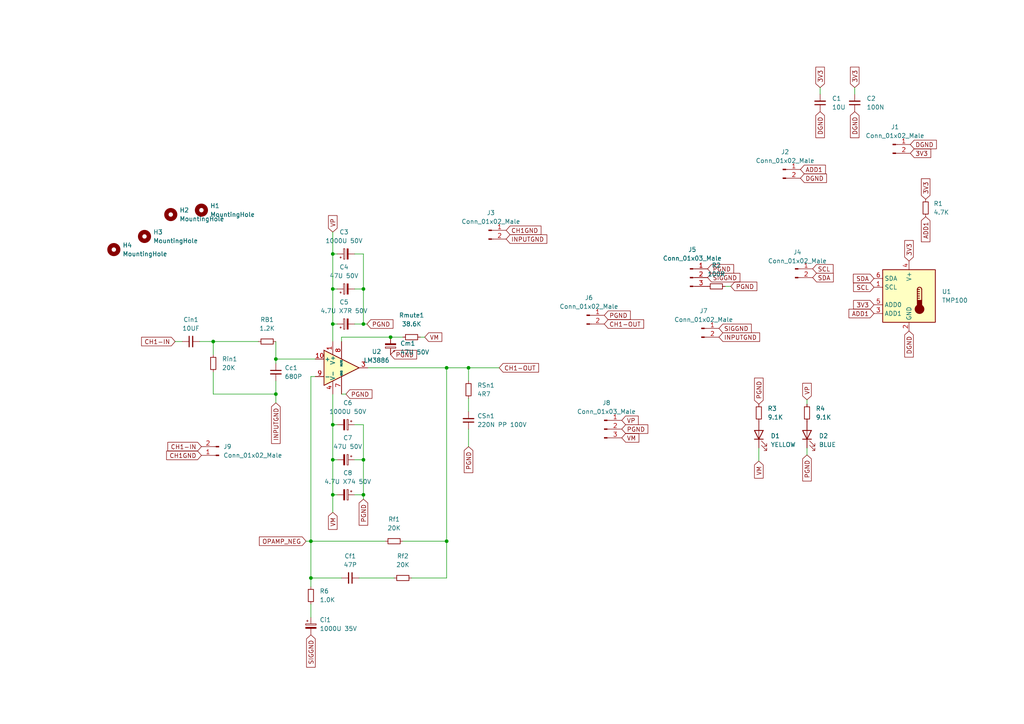
<source format=kicad_sch>
(kicad_sch (version 20211123) (generator eeschema)
  (paper "A4")
  (lib_symbols
    (symbol "Amplifier_Audio:LM3886" (pin_names (offset 0.127))
      (property "Reference" "U" (at 5.08 6.35 0))
      (property "Value" "LM3886" (at 5.08 3.81 0))
      (symbol "LM3886_0_1"
        (polyline (pts (xy -5.08 5.08) (xy 5.08 0) (xy -5.08 -5.08) (xy -5.08 5.08)) (stroke (width 0.254)) (fill (type background)))
      )
      (symbol "LM3886_1_1"
        (pin power_in line (at -2.54 7.62 270) (length 3.81) (name "V+") (number "1"))
        (pin input line (at -7.62 2.54 0) (length 2.54) (name "+") (number "10"))
        (pin no_connect line (at 2.54 2.54 270) (length 2.54) hide (name "NC") (number "11"))
        (pin no_connect line (at -2.54 2.54 270) (length 2.54) hide (name "NC") (number "2"))
        (pin output line (at 7.62 0 180) (length 2.54) (name "~") (number "3"))
        (pin power_in line (at -2.54 -7.62 90) (length 3.81) (name "V-") (number "4"))
        (pin passive line (at -2.54 7.62 270) (length 3.81) hide (name "V+") (number "5"))
        (pin no_connect line (at 0 2.54 270) (length 2.54) hide (name "NC") (number "6"))
        (pin power_in line (at 0 -7.62 90) (length 5.08) (name "GND") (number "7"))
        (pin input line (at 0 7.62 270) (length 5.08) (name "MUTE") (number "8"))
        (pin input line (at -7.62 -2.54 0) (length 2.54) (name "-") (number "9"))
      )
    )
    (symbol "Connector:Conn_01x02_Male" (pin_names (offset 1.016) hide)
      (property "Reference" "J" (at 0 2.54 0))
      (property "Value" "Conn_01x02_Male" (at 0 -5.08 0))
      (symbol "Conn_01x02_Male_1_1"
        (polyline (pts (xy 1.27 -2.54) (xy 0.8636 -2.54)) (stroke (width 0.1524)))
        (polyline (pts (xy 1.27 0) (xy 0.8636 0)) (stroke (width 0.1524)))
        (rectangle (start 0.8636 -2.413) (end 0 -2.667) (stroke (width 0.1524)) (fill (type outline)))
        (rectangle (start 0.8636 0.127) (end 0 -0.127) (stroke (width 0.1524)) (fill (type outline)))
        (pin passive line (at 5.08 0 180) (length 3.81) (name "Pin_1") (number "1"))
        (pin passive line (at 5.08 -2.54 180) (length 3.81) (name "Pin_2") (number "2"))
      )
    )
    (symbol "Connector:Conn_01x03_Male" (pin_names (offset 1.016) hide)
      (property "Reference" "J" (at 0 5.08 0))
      (property "Value" "Conn_01x03_Male" (at 0 -5.08 0))
      (symbol "Conn_01x03_Male_1_1"
        (polyline (pts (xy 1.27 -2.54) (xy 0.8636 -2.54)) (stroke (width 0.1524)))
        (polyline (pts (xy 1.27 0) (xy 0.8636 0)) (stroke (width 0.1524)))
        (polyline (pts (xy 1.27 2.54) (xy 0.8636 2.54)) (stroke (width 0.1524)))
        (rectangle (start 0.8636 -2.413) (end 0 -2.667) (stroke (width 0.1524)) (fill (type outline)))
        (rectangle (start 0.8636 0.127) (end 0 -0.127) (stroke (width 0.1524)) (fill (type outline)))
        (rectangle (start 0.8636 2.667) (end 0 2.413) (stroke (width 0.1524)) (fill (type outline)))
        (pin passive line (at 5.08 2.54 180) (length 3.81) (name "Pin_1") (number "1"))
        (pin passive line (at 5.08 0 180) (length 3.81) (name "Pin_2") (number "2"))
        (pin passive line (at 5.08 -2.54 180) (length 3.81) (name "Pin_3") (number "3"))
      )
    )
    (symbol "Device:C_Polarized_Small" (pin_numbers hide) (pin_names (offset 0.254) hide)
      (property "Reference" "C" (at 0.254 1.778 0))
      (property "Value" "C_Polarized_Small" (at 0.254 -2.032 0))
      (symbol "C_Polarized_Small_0_1"
        (rectangle (start -1.524 -0.3048) (end 1.524 -0.6858) (fill (type outline)))
        (rectangle (start -1.524 0.6858) (end 1.524 0.3048))
        (polyline (pts (xy -1.27 1.524) (xy -0.762 1.524)))
        (polyline (pts (xy -1.016 1.27) (xy -1.016 1.778)))
      )
      (symbol "C_Polarized_Small_1_1"
        (pin passive line (at 0 2.54 270) (length 1.8542) (name "~") (number "1"))
        (pin passive line (at 0 -2.54 90) (length 1.8542) (name "~") (number "2"))
      )
    )
    (symbol "Device:C_Small" (pin_numbers hide) (pin_names (offset 0.254) hide)
      (property "Reference" "C" (at 0.254 1.778 0))
      (property "Value" "C_Small" (at 0.254 -2.032 0))
      (symbol "C_Small_0_1"
        (polyline (pts (xy -1.524 -0.508) (xy 1.524 -0.508)) (stroke (width 0.3302)))
        (polyline (pts (xy -1.524 0.508) (xy 1.524 0.508)) (stroke (width 0.3048)))
      )
      (symbol "C_Small_1_1"
        (pin passive line (at 0 2.54 270) (length 2.032) (name "~") (number "1"))
        (pin passive line (at 0 -2.54 90) (length 2.032) (name "~") (number "2"))
      )
    )
    (symbol "Device:LED" (pin_numbers hide) (pin_names (offset 1.016) hide)
      (property "Reference" "D" (at 0 2.54 0))
      (property "Value" "LED" (at 0 -2.54 0))
      (symbol "LED_0_1"
        (polyline (pts (xy -1.27 -1.27) (xy -1.27 1.27)) (stroke (width 0.254)))
        (polyline (pts (xy -1.27 0) (xy 1.27 0)))
        (polyline (pts (xy 1.27 -1.27) (xy 1.27 1.27) (xy -1.27 0) (xy 1.27 -1.27)) (stroke (width 0.254)))
        (polyline (pts (xy -3.048 -0.762) (xy -4.572 -2.286) (xy -3.81 -2.286) (xy -4.572 -2.286) (xy -4.572 -1.524)))
        (polyline (pts (xy -1.778 -0.762) (xy -3.302 -2.286) (xy -2.54 -2.286) (xy -3.302 -2.286) (xy -3.302 -1.524)))
      )
      (symbol "LED_1_1"
        (pin passive line (at -3.81 0 0) (length 2.54) (name "K") (number "1"))
        (pin passive line (at 3.81 0 180) (length 2.54) (name "A") (number "2"))
      )
    )
    (symbol "Device:R_Small" (pin_numbers hide) (pin_names (offset 0.254) hide)
      (property "Reference" "R" (at 0.762 0.508 0))
      (property "Value" "R_Small" (at 0.762 -1.016 0))
      (symbol "R_Small_0_1"
        (rectangle (start -0.762 1.778) (end 0.762 -1.778) (stroke (width 0.2032)))
      )
      (symbol "R_Small_1_1"
        (pin passive line (at 0 2.54 270) (length 0.762) (name "~") (number "1"))
        (pin passive line (at 0 -2.54 90) (length 0.762) (name "~") (number "2"))
      )
    )
    (symbol "Mechanical:MountingHole" (pin_names (offset 1.016))
      (property "Reference" "H" (at 0 5.08 0))
      (property "Value" "MountingHole" (at 0 3.175 0))
      (symbol "MountingHole_0_1"
        (circle (center 0 0) (radius 1.27) (stroke (width 1.27)))
      )
    )
    (symbol "Sensor_Temperature:TMP100"
      (property "Reference" "U" (at 10.16 6.35 0))
      (property "Value" "TMP100" (at 12.7 3.81 0))
      (symbol "TMP100_0_1"
        (rectangle (start -7.62 7.62) (end 7.62 -7.62) (stroke (width 0.254)) (fill (type background)))
      )
      (symbol "TMP100_1_1"
        (polyline (pts (xy 2.413 -0.635) (xy 3.048 -0.635)) (stroke (width 0.254)))
        (polyline (pts (xy 2.413 0) (xy 3.048 0)) (stroke (width 0.254)))
        (polyline (pts (xy 2.413 0.635) (xy 3.048 0.635)) (stroke (width 0.254)))
        (polyline (pts (xy 2.413 1.27) (xy 3.048 1.27)) (stroke (width 0.254)))
        (polyline (pts (xy 2.413 1.905) (xy 2.413 -1.27)) (stroke (width 0.254)))
        (polyline (pts (xy 2.413 1.905) (xy 3.048 1.905)) (stroke (width 0.254)))
        (polyline (pts (xy 3.683 1.905) (xy 3.683 -1.27)) (stroke (width 0.254)))
        (circle (center 3.048 -3.81) (radius 1.27) (stroke (width 0.254)) (fill (type outline)))
        (rectangle (start 3.683 -3.175) (end 2.413 -1.27) (stroke (width 0.254)) (fill (type outline)))
        (arc (start 3.683 1.905) (mid 3.048 2.54) (end 2.413 1.905) (stroke (width 0.254)))
        (pin input line (at -10.16 2.54 0) (length 2.54) (name "SCL") (number "1"))
        (pin power_in line (at 0 -10.16 90) (length 2.54) (name "GND") (number "2"))
        (pin input line (at -10.16 -5.08 0) (length 2.54) (name "ADD1") (number "3"))
        (pin power_in line (at 0 10.16 270) (length 2.54) (name "V+") (number "4"))
        (pin input line (at -10.16 -2.54 0) (length 2.54) (name "ADD0") (number "5"))
        (pin bidirectional line (at -10.16 5.08 0) (length 2.54) (name "SDA") (number "6"))
      )
    )
  )
  (junction (at 80.01 104.14))
  (junction (at 96.52 83.82))
  (junction (at 129.54 106.68))
  (junction (at 96.52 123.19))
  (junction (at 135.89 106.68))
  (junction (at 129.54 156.972))
  (junction (at 80.01 114.3))
  (junction (at 90.17 156.972))
  (junction (at 105.41 83.82))
  (junction (at 90.17 167.64))
  (junction (at 105.41 93.98))
  (junction (at 96.52 73.66))
  (junction (at 61.849 99.06))
  (junction (at 105.41 133.35))
  (junction (at 96.52 143.51))
  (junction (at 96.52 93.98))
  (junction (at 96.52 133.35))
  (junction (at 105.41 143.51))
  (junction (at 113.284 97.79))
  (wire (pts (xy 90.17 156.972) (xy 90.17 167.64)))
  (wire (pts (xy 116.84 156.972) (xy 129.54 156.972)))
  (wire (pts (xy 102.87 133.35) (xy 105.41 133.35)))
  (wire (pts (xy 80.01 104.14) (xy 91.44 104.14)))
  (wire (pts (xy 105.41 83.82) (xy 105.41 93.98)))
  (wire (pts (xy 135.89 115.57) (xy 135.89 119.38)))
  (wire (pts (xy 90.17 156.972) (xy 111.76 156.972)))
  (wire (pts (xy 121.92 97.79) (xy 123.19 97.79)))
  (wire (pts (xy 80.01 104.14) (xy 80.01 99.06)))
  (wire (pts (xy 61.849 114.3) (xy 80.01 114.3)))
  (wire (pts (xy 135.89 106.68) (xy 135.89 110.49)))
  (wire (pts (xy 88.773 156.972) (xy 90.17 156.972)))
  (wire (pts (xy 96.52 133.35) (xy 96.52 143.51)))
  (wire (pts (xy 96.52 123.19) (xy 96.52 133.35)))
  (wire (pts (xy 105.41 143.51) (xy 105.41 144.78)))
  (wire (pts (xy 129.54 106.68) (xy 129.54 156.972)))
  (wire (pts (xy 96.52 133.35) (xy 97.79 133.35)))
  (wire (pts (xy 129.54 156.972) (xy 129.54 167.64)))
  (wire (pts (xy 237.871 27.305) (xy 237.871 25.4)))
  (wire (pts (xy 105.41 73.66) (xy 105.41 83.82)))
  (wire (pts (xy 90.17 109.22) (xy 90.17 156.972)))
  (wire (pts (xy 119.38 167.64) (xy 129.54 167.64)))
  (wire (pts (xy 80.01 104.14) (xy 80.01 105.41)))
  (wire (pts (xy 105.41 93.98) (xy 106.426 93.98)))
  (wire (pts (xy 113.284 97.79) (xy 116.84 97.79)))
  (wire (pts (xy 96.52 143.51) (xy 97.79 143.51)))
  (wire (pts (xy 99.06 114.3) (xy 100.33 114.3)))
  (wire (pts (xy 102.87 73.66) (xy 105.41 73.66)))
  (wire (pts (xy 247.904 27.305) (xy 247.904 25.4)))
  (wire (pts (xy 50.8 99.06) (xy 52.832 99.06)))
  (wire (pts (xy 99.06 97.79) (xy 113.284 97.79)))
  (wire (pts (xy 61.849 99.06) (xy 61.849 102.87)))
  (wire (pts (xy 129.54 106.68) (xy 135.89 106.68)))
  (wire (pts (xy 96.52 83.82) (xy 97.79 83.82)))
  (wire (pts (xy 99.06 167.64) (xy 90.17 167.64)))
  (wire (pts (xy 102.87 143.51) (xy 105.41 143.51)))
  (wire (pts (xy 105.41 133.35) (xy 105.41 143.51)))
  (wire (pts (xy 96.52 73.66) (xy 96.52 83.82)))
  (wire (pts (xy 96.52 73.66) (xy 97.79 73.66)))
  (wire (pts (xy 105.41 123.19) (xy 105.41 133.35)))
  (wire (pts (xy 135.89 106.68) (xy 144.78 106.68)))
  (wire (pts (xy 220.091 133.731) (xy 220.091 129.921)))
  (wire (pts (xy 234.061 131.953) (xy 234.061 129.921)))
  (wire (pts (xy 61.849 107.95) (xy 61.849 114.3)))
  (wire (pts (xy 57.912 99.06) (xy 61.849 99.06)))
  (wire (pts (xy 91.44 109.22) (xy 90.17 109.22)))
  (wire (pts (xy 96.52 83.82) (xy 96.52 93.98)))
  (wire (pts (xy 135.89 124.46) (xy 135.89 129.54)))
  (wire (pts (xy 96.52 123.19) (xy 97.79 123.19)))
  (wire (pts (xy 80.01 114.3) (xy 80.01 110.49)))
  (wire (pts (xy 99.06 97.79) (xy 99.06 99.06)))
  (wire (pts (xy 102.87 83.82) (xy 105.41 83.82)))
  (wire (pts (xy 210.312 83.058) (xy 211.963 83.058)))
  (wire (pts (xy 90.17 175.26) (xy 90.17 179.07)))
  (wire (pts (xy 90.17 167.64) (xy 90.17 170.18)))
  (wire (pts (xy 102.87 93.98) (xy 105.41 93.98)))
  (wire (pts (xy 96.52 114.3) (xy 96.52 123.19)))
  (wire (pts (xy 106.68 106.68) (xy 129.54 106.68)))
  (wire (pts (xy 96.52 93.98) (xy 97.79 93.98)))
  (wire (pts (xy 96.52 143.51) (xy 96.52 148.59)))
  (wire (pts (xy 80.01 114.3) (xy 80.01 116.84)))
  (wire (pts (xy 104.14 167.64) (xy 114.3 167.64)))
  (wire (pts (xy 102.87 123.19) (xy 105.41 123.19)))
  (wire (pts (xy 234.061 115.951) (xy 234.061 117.221)))
  (wire (pts (xy 61.849 99.06) (xy 74.93 99.06)))
  (wire (pts (xy 96.52 93.98) (xy 96.52 99.06)))
  (wire (pts (xy 96.52 67.31) (xy 96.52 73.66)))
  (global_label "3V3" (shape input) (at 264.033 44.45 0) (property "Intersheet References" "${INTERSHEET_REFS}" (effects hide)))
  (global_label "ADD1" (shape input) (at 232.156 49.149 0) (property "Intersheet References" "${INTERSHEET_REFS}" (effects hide)))
  (global_label "CH1-OUT" (shape input) (at 144.78 106.68 0) (property "Intersheet References" "${INTERSHEET_REFS}" (effects hide)))
  (global_label "VP" (shape input) (at 234.061 115.951 90) (property "Intersheet References" "${INTERSHEET_REFS}" (effects hide)))
  (global_label "PGND" (shape input) (at 234.061 131.953 270) (property "Intersheet References" "${INTERSHEET_REFS}" (effects hide)))
  (global_label "DGND" (shape input) (at 237.871 32.385 270) (property "Intersheet References" "${INTERSHEET_REFS}" (effects hide)))
  (global_label "DGND" (shape input) (at 247.904 32.385 270) (property "Intersheet References" "${INTERSHEET_REFS}" (effects hide)))
  (global_label "PGND" (shape input) (at 105.41 144.78 270) (property "Intersheet References" "${INTERSHEET_REFS}" (effects hide)))
  (global_label "CH1-IN" (shape input) (at 58.42 129.54 180) (property "Intersheet References" "${INTERSHEET_REFS}" (effects hide)))
  (global_label "PGND" (shape input) (at 180.34 124.46 0) (property "Intersheet References" "${INTERSHEET_REFS}" (effects hide)))
  (global_label "CH1-IN" (shape input) (at 50.8 99.06 180) (property "Intersheet References" "${INTERSHEET_REFS}" (effects hide)))
  (global_label "PGND" (shape input) (at 211.963 83.058 0) (property "Intersheet References" "${INTERSHEET_REFS}" (effects hide)))
  (global_label "VP" (shape input) (at 180.34 121.92 0) (property "Intersheet References" "${INTERSHEET_REFS}" (effects hide)))
  (global_label "3V3" (shape input) (at 247.904 25.4 90) (property "Intersheet References" "${INTERSHEET_REFS}" (effects hide)))
  (global_label "SIGGND" (shape input) (at 90.17 184.15 270) (property "Intersheet References" "${INTERSHEET_REFS}" (effects hide)))
  (global_label "SIGGND" (shape input) (at 205.232 80.518 0) (property "Intersheet References" "${INTERSHEET_REFS}" (effects hide)))
  (global_label "OPAMP_NEG" (shape input) (at 88.773 156.972 180) (property "Intersheet References" "${INTERSHEET_REFS}" (effects hide)))
  (global_label "PGND" (shape input) (at 113.284 102.87 0) (property "Intersheet References" "${INTERSHEET_REFS}" (effects hide)))
  (global_label "PGND" (shape input) (at 205.232 77.978 0) (property "Intersheet References" "${INTERSHEET_REFS}" (effects hide)))
  (global_label "3V3" (shape input) (at 237.871 25.4 90) (property "Intersheet References" "${INTERSHEET_REFS}" (effects hide)))
  (global_label "DGND" (shape input) (at 264.033 41.91 0) (property "Intersheet References" "${INTERSHEET_REFS}" (effects hide)))
  (global_label "VM" (shape input) (at 180.34 127 0) (property "Intersheet References" "${INTERSHEET_REFS}" (effects hide)))
  (global_label "INPUTGND" (shape input) (at 146.812 69.342 0) (property "Intersheet References" "${INTERSHEET_REFS}" (effects hide)))
  (global_label "PGND" (shape input) (at 100.33 114.3 0) (property "Intersheet References" "${INTERSHEET_REFS}" (effects hide)))
  (global_label "SDA" (shape input) (at 235.712 80.518 0) (property "Intersheet References" "${INTERSHEET_REFS}" (effects hide)))
  (global_label "VM" (shape input) (at 220.091 133.731 270) (property "Intersheet References" "${INTERSHEET_REFS}" (effects hide)))
  (global_label "VP" (shape input) (at 96.52 67.31 90) (property "Intersheet References" "${INTERSHEET_REFS}" (effects hide)))
  (global_label "SIGGND" (shape input) (at 208.534 95.25 0) (property "Intersheet References" "${INTERSHEET_REFS}" (effects hide)))
  (global_label "3V3" (shape input) (at 268.478 57.785 90) (property "Intersheet References" "${INTERSHEET_REFS}" (effects hide)))
  (global_label "ADD1" (shape input) (at 268.478 62.865 270) (property "Intersheet References" "${INTERSHEET_REFS}" (effects hide)))
  (global_label "3V3" (shape input) (at 253.492 88.392 180) (property "Intersheet References" "${INTERSHEET_REFS}" (effects hide)))
  (global_label "PGND" (shape input) (at 220.091 117.221 90) (property "Intersheet References" "${INTERSHEET_REFS}" (effects hide)))
  (global_label "CH1GND" (shape input) (at 58.42 132.08 180) (property "Intersheet References" "${INTERSHEET_REFS}" (effects hide)))
  (global_label "CH1GND" (shape input) (at 146.812 66.802 0) (property "Intersheet References" "${INTERSHEET_REFS}" (effects hide)))
  (global_label "DGND" (shape input) (at 263.652 96.012 270) (property "Intersheet References" "${INTERSHEET_REFS}" (effects hide)))
  (global_label "PGND" (shape input) (at 106.426 93.98 0) (property "Intersheet References" "${INTERSHEET_REFS}" (effects hide)))
  (global_label "INPUTGND" (shape input) (at 80.01 116.84 270) (property "Intersheet References" "${INTERSHEET_REFS}" (effects hide)))
  (global_label "VM" (shape input) (at 123.19 97.79 0) (property "Intersheet References" "${INTERSHEET_REFS}" (effects hide)))
  (global_label "VM" (shape input) (at 96.52 148.59 270) (property "Intersheet References" "${INTERSHEET_REFS}" (effects hide)))
  (global_label "CH1-OUT" (shape input) (at 175.26 93.98 0) (property "Intersheet References" "${INTERSHEET_REFS}" (effects hide)))
  (global_label "3V3" (shape input) (at 263.652 75.692 90) (property "Intersheet References" "${INTERSHEET_REFS}" (effects hide)))
  (global_label "SDA" (shape input) (at 253.492 80.772 180) (property "Intersheet References" "${INTERSHEET_REFS}" (effects hide)))
  (global_label "SCL" (shape input) (at 235.712 77.978 0) (property "Intersheet References" "${INTERSHEET_REFS}" (effects hide)))
  (global_label "ADD1" (shape input) (at 253.492 90.932 180) (property "Intersheet References" "${INTERSHEET_REFS}" (effects hide)))
  (global_label "INPUTGND" (shape input) (at 208.534 97.79 0) (property "Intersheet References" "${INTERSHEET_REFS}" (effects hide)))
  (global_label "SCL" (shape input) (at 253.492 83.312 180) (property "Intersheet References" "${INTERSHEET_REFS}" (effects hide)))
  (global_label "DGND" (shape input) (at 232.156 51.689 0) (property "Intersheet References" "${INTERSHEET_REFS}" (effects hide)))
  (global_label "PGND" (shape input) (at 175.26 91.44 0) (property "Intersheet References" "${INTERSHEET_REFS}" (effects hide)))
  (global_label "PGND" (shape input) (at 135.89 129.54 270) (property "Intersheet References" "${INTERSHEET_REFS}" (effects hide)))
  (symbol (lib_id "Connector:Conn_01x03_Male") (at 175.26 124.46 0) (unit 1)
    (property "Reference" "J8" (at 175.895 116.84 0))
    (property "Value" "Conn_01x03_Male" (at 175.895 119.38 0))
    (property "Footprint" "Connector_JST:JST_VH_B3P-VH-B_1x03_P3.96mm_Vertical" (effects hide))
  )
  (symbol (lib_id "Device:R_Small") (at 234.061 119.761 180) (unit 1)
    (property "Reference" "R4" (at 236.601 118.4909 0) (effects (justify right)))
    (property "Value" "9.1K" (at 236.601 121.0309 0) (effects (justify right)))
    (property "Footprint" "Resistor_SMD:R_0805_2012Metric_Pad1.20x1.40mm_HandSolder" (effects hide))
  )
  (symbol (lib_id "Device:C_Polarized_Small") (at 100.33 143.51 270) (unit 1)
    (property "Reference" "C8" (at 100.8761 137.16 90))
    (property "Value" "4.7U X74 50V" (at 100.8761 139.7 90))
    (property "Footprint" "Capacitor_THT:C_Disc_D6.0mm_W4.4mm_P5.00mm" (effects hide))
  )
  (symbol (lib_id "Mechanical:MountingHole") (at 49.53 62.23 0) (unit 1)
    (property "Reference" "H2" (at 52.07 60.9599 0) (effects (justify left)))
    (property "Value" "MountingHole" (at 52.07 63.4999 0) (effects (justify left)))
    (property "Footprint" "MountingHole:MountingHole_3mm" (effects hide))
  )
  (symbol (lib_id "Device:R_Small") (at 207.772 83.058 90) (unit 1)
    (property "Reference" "R2" (at 207.772 76.962 90))
    (property "Value" "100R" (at 207.772 79.502 90))
    (property "Footprint" "Resistor_SMD:R_0805_2012Metric_Pad1.20x1.40mm_HandSolder" (effects hide))
  )
  (symbol (lib_id "Device:C_Polarized_Small") (at 90.17 181.61 0) (unit 1)
    (property "Reference" "Ci1" (at 92.71 179.7938 0) (effects (justify left)))
    (property "Value" "1000U 35V" (at 92.71 182.3338 0) (effects (justify left)))
    (property "Footprint" "Capacitor_THT:CP_Radial_D16.0mm_P7.50mm" (effects hide))
  )
  (symbol (lib_id "Device:R_Small") (at 135.89 113.03 180) (unit 1)
    (property "Reference" "RSn1" (at 138.43 111.7599 0) (effects (justify right)))
    (property "Value" "4R7" (at 138.43 114.2999 0) (effects (justify right)))
    (property "Footprint" "Resistor_THT:R_Axial_DIN0411_L9.9mm_D3.6mm_P12.70mm_Horizontal" (effects hide))
  )
  (symbol (lib_id "Device:R_Small") (at 114.3 156.972 270) (unit 1)
    (property "Reference" "Rf1" (at 114.3 150.622 90))
    (property "Value" "20K" (at 114.3 153.162 90))
    (property "Footprint" "Resistor_THT:R_Axial_DIN0207_L6.3mm_D2.5mm_P10.16mm_Horizontal" (effects hide))
  )
  (symbol (lib_id "Device:R_Small") (at 268.478 60.325 0) (unit 1)
    (property "Reference" "R1" (at 270.764 59.0549 0) (effects (justify left)))
    (property "Value" "4.7K" (at 270.764 61.5949 0) (effects (justify left)))
    (property "Footprint" "Resistor_SMD:R_0603_1608Metric_Pad0.98x0.95mm_HandSolder" (effects hide))
  )
  (symbol (lib_id "Connector:Conn_01x02_Male") (at 63.5 132.08 180) (unit 1)
    (property "Reference" "J9" (at 64.77 129.5399 0) (effects (justify right)))
    (property "Value" "Conn_01x02_Male" (at 64.77 132.0799 0) (effects (justify right)))
    (property "Footprint" "Connector_JST:JST_PH_B2B-PH-K_1x02_P2.00mm_Vertical" (effects hide))
  )
  (symbol (lib_id "Device:R_Small") (at 90.17 172.72 0) (unit 1)
    (property "Reference" "R6" (at 92.71 171.4499 0) (effects (justify left)))
    (property "Value" "1.0K" (at 92.71 173.9899 0) (effects (justify left)))
    (property "Footprint" "Resistor_THT:R_Axial_DIN0207_L6.3mm_D2.5mm_P10.16mm_Horizontal" (effects hide))
  )
  (symbol (lib_id "Device:C_Small") (at 55.372 99.06 90) (unit 1)
    (property "Reference" "Cin1" (at 55.3783 92.71 90))
    (property "Value" "10UF" (at 55.3783 95.25 90))
    (property "Footprint" "Capacitor_THT:CP_Radial_D5.0mm_P2.00mm" (effects hide))
  )
  (symbol (lib_id "Mechanical:MountingHole") (at 33.02 72.39 0) (unit 1)
    (property "Reference" "H4" (at 35.56 71.1199 0) (effects (justify left)))
    (property "Value" "MountingHole" (at 35.56 73.6599 0) (effects (justify left)))
    (property "Footprint" "MountingHole:MountingHole_3mm" (effects hide))
  )
  (symbol (lib_id "Device:R_Small") (at 116.84 167.64 270) (unit 1)
    (property "Reference" "Rf2" (at 116.84 161.29 90))
    (property "Value" "20K" (at 116.84 163.83 90))
    (property "Footprint" "Resistor_THT:R_Axial_DIN0207_L6.3mm_D2.5mm_P10.16mm_Horizontal" (effects hide))
  )
  (symbol (lib_id "Device:R_Small") (at 220.091 119.761 180) (unit 1)
    (property "Reference" "R3" (at 222.631 118.4909 0) (effects (justify right)))
    (property "Value" "9.1K" (at 222.631 121.0309 0) (effects (justify right)))
    (property "Footprint" "Resistor_SMD:R_0805_2012Metric_Pad1.20x1.40mm_HandSolder" (effects hide))
  )
  (symbol (lib_id "Device:C_Small") (at 237.871 29.845 180) (unit 1)
    (property "Reference" "C1" (at 241.3 28.5685 0) (effects (justify right)))
    (property "Value" "10U" (at 241.3 31.1085 0) (effects (justify right)))
    (property "Footprint" "Resistor_SMD:R_1206_3216Metric_Pad1.30x1.75mm_HandSolder" (effects hide))
  )
  (symbol (lib_id "Mechanical:MountingHole") (at 41.91 68.58 0) (unit 1)
    (property "Reference" "H3" (at 44.45 67.3099 0) (effects (justify left)))
    (property "Value" "MountingHole" (at 44.45 69.8499 0) (effects (justify left)))
    (property "Footprint" "MountingHole:MountingHole_3mm" (effects hide))
  )
  (symbol (lib_id "Connector:Conn_01x02_Male") (at 230.632 77.978 0) (unit 1)
    (property "Reference" "J4" (at 231.267 73.152 0))
    (property "Value" "Conn_01x02_Male" (at 231.267 75.692 0))
    (property "Footprint" "Connector_JST:JST_PH_B2B-PH-K_1x02_P2.00mm_Vertical" (effects hide))
  )
  (symbol (lib_id "Device:LED") (at 220.091 126.111 90) (unit 1)
    (property "Reference" "D1" (at 223.52 126.4284 90) (effects (justify right)))
    (property "Value" "YELLOW" (at 223.52 128.9684 90) (effects (justify right)))
    (property "Footprint" "LED_SMD:LED_0805_2012Metric_Pad1.15x1.40mm_HandSolder" (effects hide))
  )
  (symbol (lib_id "Device:R_Small") (at 61.849 105.41 180) (unit 1)
    (property "Reference" "Rin1" (at 64.389 104.1399 0) (effects (justify right)))
    (property "Value" "20K" (at 64.389 106.6799 0) (effects (justify right)))
    (property "Footprint" "Resistor_THT:R_Axial_DIN0207_L6.3mm_D2.5mm_P10.16mm_Horizontal" (effects hide))
  )
  (symbol (lib_id "Device:C_Small") (at 101.6 167.64 270) (unit 1)
    (property "Reference" "Cf1" (at 101.5936 161.29 90))
    (property "Value" "47P" (at 101.5936 163.83 90))
    (property "Footprint" "Capacitor_THT:C_Disc_D9.0mm_W5.0mm_P7.50mm" (effects hide))
  )
  (symbol (lib_id "Connector:Conn_01x02_Male") (at 141.732 66.802 0) (unit 1)
    (property "Reference" "J3" (at 142.367 61.722 0))
    (property "Value" "Conn_01x02_Male" (at 142.367 64.262 0))
    (property "Footprint" "Connector_PinHeader_2.54mm:PinHeader_1x02_P2.54mm_Vertical" (effects hide))
  )
  (symbol (lib_id "Mechanical:MountingHole") (at 58.42 60.96 0) (unit 1)
    (property "Reference" "H1" (at 60.96 59.6899 0) (effects (justify left)))
    (property "Value" "MountingHole" (at 60.96 62.2299 0) (effects (justify left)))
    (property "Footprint" "MountingHole:MountingHole_3mm" (effects hide))
  )
  (symbol (lib_id "Connector:Conn_01x02_Male") (at 170.18 91.44 0) (unit 1)
    (property "Reference" "J6" (at 170.815 86.36 0))
    (property "Value" "Conn_01x02_Male" (at 170.815 88.9 0))
    (property "Footprint" "Connector_JST:JST_VH_B2P-VH_1x02_P3.96mm_Vertical" (effects hide))
  )
  (symbol (lib_id "Connector:Conn_01x02_Male") (at 203.454 95.25 0) (unit 1)
    (property "Reference" "J7" (at 204.089 90.17 0))
    (property "Value" "Conn_01x02_Male" (at 204.089 92.71 0))
    (property "Footprint" "Connector_PinHeader_2.54mm:PinHeader_1x02_P2.54mm_Vertical" (effects hide))
  )
  (symbol (lib_id "Device:C_Polarized_Small") (at 100.33 83.82 90) (unit 1)
    (property "Reference" "C4" (at 99.7839 77.47 90))
    (property "Value" "47U 50V" (at 99.7839 80.01 90))
    (property "Footprint" "Capacitor_THT:CP_Radial_D6.3mm_P2.50mm" (effects hide))
  )
  (symbol (lib_id "Connector:Conn_01x02_Male") (at 258.953 41.91 0) (unit 1)
    (property "Reference" "J1" (at 259.588 36.83 0))
    (property "Value" "Conn_01x02_Male" (at 259.588 39.37 0))
    (property "Footprint" "Connector_JST:JST_PH_B2B-PH-K_1x02_P2.00mm_Vertical" (effects hide))
  )
  (symbol (lib_id "Device:C_Small") (at 247.904 29.845 180) (unit 1)
    (property "Reference" "C2" (at 251.333 28.5685 0) (effects (justify right)))
    (property "Value" "100N" (at 251.333 31.1085 0) (effects (justify right)))
    (property "Footprint" "Resistor_SMD:R_0805_2012Metric_Pad1.20x1.40mm_HandSolder" (effects hide))
  )
  (symbol (lib_id "Device:C_Small") (at 135.89 121.92 180) (unit 1)
    (property "Reference" "CSn1" (at 138.43 120.6435 0) (effects (justify right)))
    (property "Value" " 220N PP 100V" (at 138.43 123.1835 0) (effects (justify right)))
    (property "Footprint" "Capacitor_THT:C_Rect_L18.0mm_W7.0mm_P15.00mm_FKS3_FKP3" (effects hide))
  )
  (symbol (lib_id "Amplifier_Audio:LM3886") (at 99.06 106.68 0) (unit 1)
    (property "Reference" "U2" (at 109.22 101.981 0))
    (property "Value" "LM3886" (at 109.22 104.521 0))
    (property "Footprint" "Package_TO_SOT_THT:TO-220-11_P3.4x5.08mm_StaggerOdd_Lead4.85mm_Vertical" (effects hide))
    (property "Datasheet" "http://www.ti.com/lit/ds/symlink/lm3886.pdf" (effects hide))
  )
  (symbol (lib_id "Device:C_Polarized_Small") (at 113.284 100.33 180) (unit 1)
    (property "Reference" "Cm1" (at 116.078 99.606 0) (effects (justify right)))
    (property "Value" "47U 50V" (at 116.078 102.146 0) (effects (justify right)))
    (property "Footprint" "Capacitor_THT:CP_Radial_D6.3mm_P2.50mm" (effects hide))
  )
  (symbol (lib_id "Device:LED") (at 234.061 126.111 90) (unit 1)
    (property "Reference" "D2" (at 237.49 126.4284 90) (effects (justify right)))
    (property "Value" "BLUE" (at 237.49 128.9684 90) (effects (justify right)))
    (property "Footprint" "LED_SMD:LED_0805_2012Metric_Pad1.15x1.40mm_HandSolder" (effects hide))
  )
  (symbol (lib_id "Device:C_Polarized_Small") (at 100.33 93.98 90) (unit 1)
    (property "Reference" "C5" (at 99.7839 87.63 90))
    (property "Value" "4.7U X7R 50V" (at 99.7839 90.17 90))
    (property "Footprint" "Capacitor_THT:C_Disc_D6.0mm_W4.4mm_P5.00mm" (effects hide))
  )
  (symbol (lib_id "Device:R_Small") (at 119.38 97.79 90) (unit 1)
    (property "Reference" "Rmute1" (at 119.38 91.44 90))
    (property "Value" "38.6K" (at 119.38 93.98 90))
    (property "Footprint" "Resistor_THT:R_Axial_DIN0207_L6.3mm_D2.5mm_P10.16mm_Horizontal" (effects hide))
  )
  (symbol (lib_id "Connector:Conn_01x02_Male") (at 227.076 49.149 0) (unit 1)
    (property "Reference" "J2" (at 227.711 44.069 0))
    (property "Value" "Conn_01x02_Male" (at 227.711 46.609 0))
    (property "Footprint" "Connector_PinHeader_2.54mm:PinHeader_1x02_P2.54mm_Vertical" (effects hide))
  )
  (symbol (lib_id "Device:R_Small") (at 77.47 99.06 90) (unit 1)
    (property "Reference" "RB1" (at 77.47 92.71 90))
    (property "Value" "1.2K" (at 77.47 95.25 90))
    (property "Footprint" "Resistor_THT:R_Axial_DIN0207_L6.3mm_D2.5mm_P10.16mm_Horizontal" (effects hide))
  )
  (symbol (lib_id "Connector:Conn_01x03_Male") (at 200.152 80.518 0) (unit 1)
    (property "Reference" "J5" (at 200.787 72.39 0))
    (property "Value" "Conn_01x03_Male" (at 200.787 74.93 0))
    (property "Footprint" "Connector_PinHeader_2.54mm:PinHeader_1x03_P2.54mm_Vertical" (effects hide))
  )
  (symbol (lib_id "Device:C_Polarized_Small") (at 100.33 123.19 270) (unit 1)
    (property "Reference" "C6" (at 100.8761 116.84 90))
    (property "Value" "1000U 50V" (at 100.8761 119.38 90))
    (property "Footprint" "Capacitor_THT:CP_Radial_D12.5mm_P5.00mm" (effects hide))
  )
  (symbol (lib_id "Device:C_Polarized_Small") (at 100.33 133.35 270) (unit 1)
    (property "Reference" "C7" (at 100.8761 127 90))
    (property "Value" "47U 50V" (at 100.8761 129.54 90))
    (property "Footprint" "Capacitor_THT:CP_Radial_D6.3mm_P2.50mm" (effects hide))
  )
  (symbol (lib_id "Device:C_Small") (at 80.01 107.95 0) (unit 1)
    (property "Reference" "Cc1" (at 82.55 106.6862 0) (effects (justify left)))
    (property "Value" "680P" (at 82.55 109.2262 0) (effects (justify left)))
    (property "Footprint" "Capacitor_THT:C_Disc_D11.0mm_W5.0mm_P10.00mm" (effects hide))
  )
  (symbol (lib_id "Device:C_Polarized_Small") (at 100.33 73.66 90) (unit 1)
    (property "Reference" "C3" (at 99.7839 67.31 90))
    (property "Value" "1000U 50V" (at 99.7839 69.85 90))
    (property "Footprint" "Capacitor_THT:CP_Radial_D12.5mm_P5.00mm" (effects hide))
  )
  (symbol (lib_id "Sensor_Temperature:TMP100") (at 263.652 85.852 0) (unit 1)
    (property "Reference" "U1" (at 273.177 84.5819 0) (effects (justify left)))
    (property "Value" "TMP100" (at 273.177 87.1219 0) (effects (justify left)))
    (property "Footprint" "Package_TO_SOT_SMD:SOT-23-6" (effects hide))
    (property "Datasheet" "http://www.ti.com/lit/gpn/tmp100" (effects hide))
  )
)
</source>
